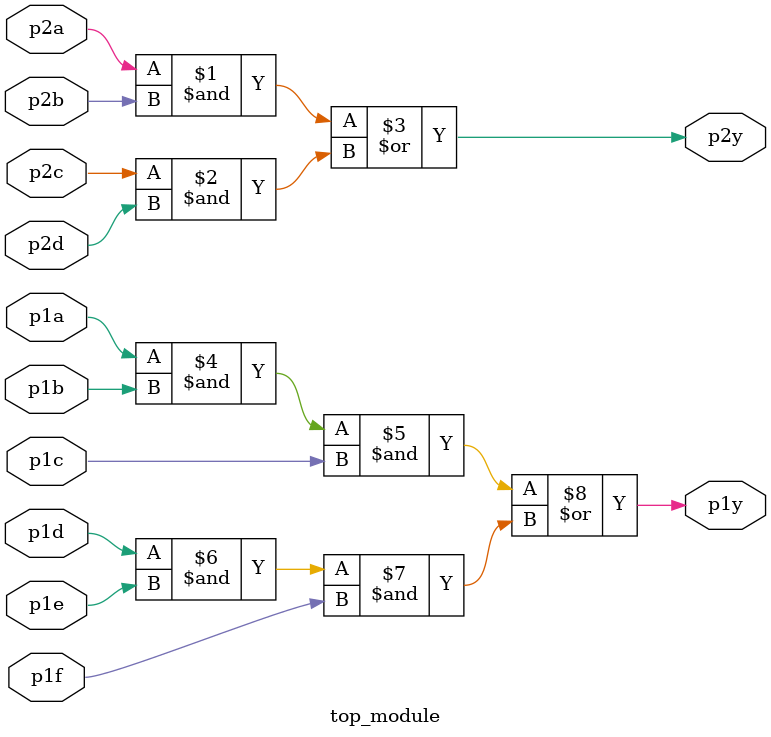
<source format=v>

module top_module ( 
    input p1a, p1b, p1c, p1d, p1e, p1f,
    output p1y,
    input p2a, p2b, p2c, p2d,
    output p2y );

    assign p2y = p2a&p2b | p2c&p2d;
    assign p1y = p1a&p1b&p1c | p1d&p1e&p1f;
endmodule

</source>
